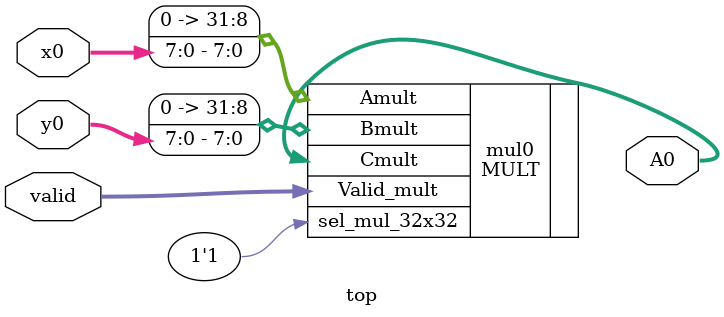
<source format=v>
module top( x0, y0, A0, valid );
    input [7:0] x0;
    input [7:0] y0;
    output [15:0] A0;
    input [1:0] valid;

    MULT mul0 (
        .Amult({24'b0,x0}),
        .Bmult({24'b0,y0}),
        .Valid_mult(valid),
        .sel_mul_32x32(1'b1),
	.Cmult(A0)
    );

endmodule

</source>
